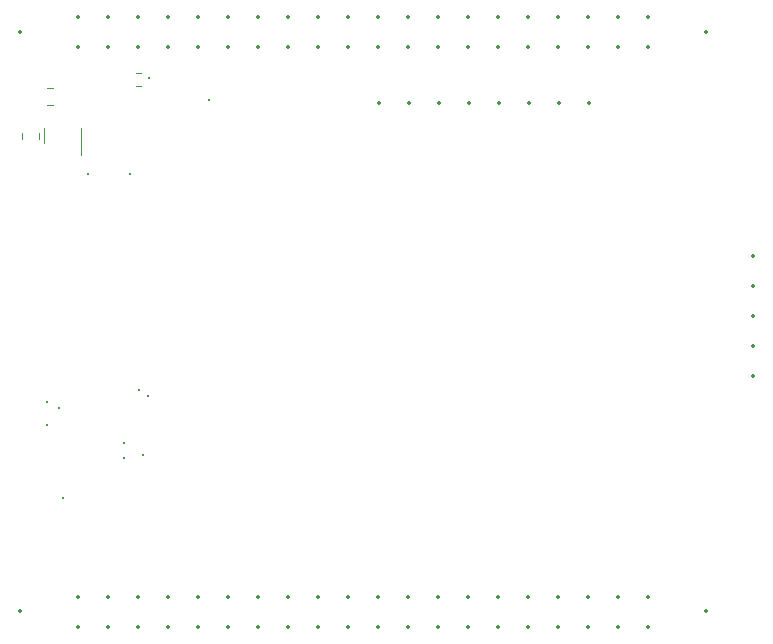
<source format=gbr>
%TF.GenerationSoftware,KiCad,Pcbnew,(6.0.1)*%
%TF.CreationDate,2022-01-17T17:26:23+08:00*%
%TF.ProjectId,ART-PI-HAT,4152542d-5049-42d4-9841-542e6b696361,rev?*%
%TF.SameCoordinates,Original*%
%TF.FileFunction,Legend,Bot*%
%TF.FilePolarity,Positive*%
%FSLAX46Y46*%
G04 Gerber Fmt 4.6, Leading zero omitted, Abs format (unit mm)*
G04 Created by KiCad (PCBNEW (6.0.1)) date 2022-01-17 17:26:23*
%MOMM*%
%LPD*%
G01*
G04 APERTURE LIST*
%ADD10C,0.120000*%
%ADD11C,0.304800*%
%ADD12C,0.250000*%
%ADD13C,0.350000*%
G04 APERTURE END LIST*
D10*
%TO.C,R2*%
X88762742Y-63522500D02*
X89237258Y-63522500D01*
X88762742Y-62477500D02*
X89237258Y-62477500D01*
%TO.C,C1*%
X81761252Y-65172500D02*
X81238748Y-65172500D01*
X81761252Y-63702500D02*
X81238748Y-63702500D01*
%TO.C,C3*%
X79115000Y-68011252D02*
X79115000Y-67488748D01*
X80585000Y-68011252D02*
X80585000Y-67488748D01*
%TO.C,U1*%
X80990000Y-67750000D02*
X80990000Y-68400000D01*
X84110000Y-67750000D02*
X84110000Y-69425000D01*
X80990000Y-67750000D02*
X80990000Y-67100000D01*
X84110000Y-67750000D02*
X84110000Y-67100000D01*
%TD*%
D11*
X84750000Y-71000000D03*
D12*
X82250000Y-90774500D03*
D11*
X88250000Y-70975000D03*
D12*
X81250000Y-90275000D03*
D11*
X82596489Y-98405495D03*
X87750000Y-95000000D03*
X95000000Y-64750000D03*
D12*
X81250000Y-92250000D03*
D11*
X89850000Y-62900000D03*
X87750000Y-93750000D03*
X89050000Y-89250000D03*
X89800000Y-89750000D03*
X89375000Y-94750000D03*
D13*
X79000000Y-108000000D03*
X83900000Y-60230000D03*
X83900000Y-57690000D03*
X86440000Y-60230000D03*
X86440000Y-57690000D03*
X88980000Y-60230000D03*
X88980000Y-57690000D03*
X91520000Y-60230000D03*
X91520000Y-57690000D03*
X94060000Y-60230000D03*
X94060000Y-57690000D03*
X96600000Y-60230000D03*
X96600000Y-57690000D03*
X99140000Y-60230000D03*
X99140000Y-57690000D03*
X101680000Y-60230000D03*
X101680000Y-57690000D03*
X104220000Y-60230000D03*
X104220000Y-57690000D03*
X106760000Y-60230000D03*
X106760000Y-57690000D03*
X109300000Y-60230000D03*
X109300000Y-57690000D03*
X111840000Y-60230000D03*
X111840000Y-57690000D03*
X114380000Y-60230000D03*
X114380000Y-57690000D03*
X116920000Y-60230000D03*
X116920000Y-57690000D03*
X119460000Y-60230000D03*
X119460000Y-57690000D03*
X122000000Y-60230000D03*
X122000000Y-57690000D03*
X124540000Y-60230000D03*
X124540000Y-57690000D03*
X127080000Y-60230000D03*
X127080000Y-57690000D03*
X129620000Y-60230000D03*
X129620000Y-57690000D03*
X132160000Y-60230000D03*
X132160000Y-57690000D03*
X137000000Y-59000000D03*
X79000000Y-59000000D03*
X137000000Y-108000000D03*
X109340000Y-65000000D03*
X111880000Y-65000000D03*
X114420000Y-65000000D03*
X116960000Y-65000000D03*
X119500000Y-65000000D03*
X122040000Y-65000000D03*
X124580000Y-65000000D03*
X127120000Y-65000000D03*
X141000000Y-88120000D03*
X141000000Y-85580000D03*
X141000000Y-83040000D03*
X141000000Y-80500000D03*
X141000000Y-77960000D03*
X83900000Y-109310000D03*
X83900000Y-106770000D03*
X86440000Y-109310000D03*
X86440000Y-106770000D03*
X88980000Y-109310000D03*
X88980000Y-106770000D03*
X91520000Y-109310000D03*
X91520000Y-106770000D03*
X94060000Y-109310000D03*
X94060000Y-106770000D03*
X96600000Y-109310000D03*
X96600000Y-106770000D03*
X99140000Y-109310000D03*
X99140000Y-106770000D03*
X101680000Y-109310000D03*
X101680000Y-106770000D03*
X104220000Y-109310000D03*
X104220000Y-106770000D03*
X106760000Y-109310000D03*
X106760000Y-106770000D03*
X109300000Y-109310000D03*
X109300000Y-106770000D03*
X111840000Y-109310000D03*
X111840000Y-106770000D03*
X114380000Y-109310000D03*
X114380000Y-106770000D03*
X116920000Y-109310000D03*
X116920000Y-106770000D03*
X119460000Y-109310000D03*
X119460000Y-106770000D03*
X122000000Y-109310000D03*
X122000000Y-106770000D03*
X124540000Y-109310000D03*
X124540000Y-106770000D03*
X127080000Y-109310000D03*
X127080000Y-106770000D03*
X129620000Y-109310000D03*
X129620000Y-106770000D03*
X132160000Y-109310000D03*
X132160000Y-106770000D03*
M02*

</source>
